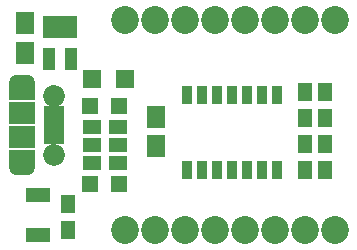
<source format=gts>
G04 #@! TF.GenerationSoftware,KiCad,Pcbnew,(5.0.0)*
G04 #@! TF.CreationDate,2018-08-19T14:30:57-03:00*
G04 #@! TF.ProjectId,franzininho-tiny841,6672616E7A696E696E686F2D74696E79,rev?*
G04 #@! TF.SameCoordinates,Original*
G04 #@! TF.FileFunction,Soldermask,Top*
G04 #@! TF.FilePolarity,Negative*
%FSLAX46Y46*%
G04 Gerber Fmt 4.6, Leading zero omitted, Abs format (unit mm)*
G04 Created by KiCad (PCBNEW (5.0.0)) date 08/19/18 14:30:57*
%MOMM*%
%LPD*%
G01*
G04 APERTURE LIST*
%ADD10R,1.650000X1.900000*%
%ADD11R,1.400000X1.400000*%
%ADD12R,1.500000X1.500000*%
%ADD13R,1.600000X1.300000*%
%ADD14R,1.300000X1.600000*%
%ADD15R,1.050000X1.960000*%
%ADD16R,0.908000X1.543000*%
%ADD17R,2.300000X1.900000*%
%ADD18C,1.850000*%
%ADD19R,1.750000X0.800000*%
%ADD20O,2.300000X1.600000*%
%ADD21R,2.300000X1.600000*%
%ADD22R,2.100000X1.300000*%
%ADD23C,2.360000*%
G04 APERTURE END LIST*
D10*
G04 #@! TO.C,C1*
X182054500Y-106914000D03*
X182054500Y-104414000D03*
G04 #@! TD*
G04 #@! TO.C,C2*
X193103500Y-114831500D03*
X193103500Y-112331500D03*
G04 #@! TD*
D11*
G04 #@! TO.C,D1*
X189992000Y-117983000D03*
X187492000Y-117983000D03*
G04 #@! TD*
G04 #@! TO.C,D2*
X187492000Y-111379000D03*
X189992000Y-111379000D03*
G04 #@! TD*
D12*
G04 #@! TO.C,D3*
X187706000Y-109093000D03*
X190506000Y-109093000D03*
G04 #@! TD*
D13*
G04 #@! TO.C,R1*
X187665000Y-113157000D03*
X189865000Y-113157000D03*
G04 #@! TD*
G04 #@! TO.C,R2*
X189865000Y-116205000D03*
X187665000Y-116205000D03*
G04 #@! TD*
G04 #@! TO.C,R3*
X187665000Y-114681000D03*
X189865000Y-114681000D03*
G04 #@! TD*
D14*
G04 #@! TO.C,R4*
X205740000Y-112458500D03*
X205740000Y-110258500D03*
G04 #@! TD*
G04 #@! TO.C,R5*
X205740000Y-116860500D03*
X205740000Y-114660500D03*
G04 #@! TD*
G04 #@! TO.C,R6*
X185674000Y-121920000D03*
X185674000Y-119720000D03*
G04 #@! TD*
D15*
G04 #@! TO.C,U1*
X185928000Y-107442000D03*
X184028000Y-107442000D03*
X184028000Y-104742000D03*
X184978000Y-104742000D03*
X185928000Y-104742000D03*
G04 #@! TD*
D16*
G04 #@! TO.C,U2*
X200787000Y-110490000D03*
X195707000Y-110490000D03*
X196977000Y-110490000D03*
X198247000Y-110490000D03*
X199517000Y-110490000D03*
X202057000Y-110490000D03*
X203327000Y-110490000D03*
X203327000Y-116840000D03*
X202057000Y-116840000D03*
X200787000Y-116840000D03*
X199517000Y-116840000D03*
X198247000Y-116840000D03*
X196977000Y-116840000D03*
X195707000Y-116840000D03*
G04 #@! TD*
D17*
G04 #@! TO.C,J1*
X181769500Y-114030000D03*
D18*
X184469500Y-110530000D03*
D19*
X184469500Y-112380000D03*
X184469500Y-111730000D03*
X184469500Y-114330000D03*
X184469500Y-113680000D03*
X184469500Y-113030000D03*
D18*
X184469500Y-115530000D03*
D17*
X181769500Y-112030000D03*
D20*
X181769500Y-109530000D03*
X181769500Y-116530000D03*
D21*
X181769500Y-115930000D03*
X181769500Y-110130000D03*
G04 #@! TD*
D22*
G04 #@! TO.C,SW1*
X183134000Y-118950000D03*
X183134000Y-122350000D03*
G04 #@! TD*
D14*
G04 #@! TO.C,D4*
X207391000Y-112458500D03*
X207391000Y-110258500D03*
G04 #@! TD*
G04 #@! TO.C,D5*
X207391000Y-114617500D03*
X207391000Y-116817500D03*
G04 #@! TD*
D23*
G04 #@! TO.C,J2*
X208280000Y-104140000D03*
X205740000Y-104140000D03*
X203200000Y-104140000D03*
X200660000Y-104140000D03*
X198120000Y-104140000D03*
X195580000Y-104140000D03*
X193040000Y-104140000D03*
X190500000Y-104140000D03*
G04 #@! TD*
G04 #@! TO.C,J3*
X190500000Y-121920000D03*
X193040000Y-121920000D03*
X195580000Y-121920000D03*
X198120000Y-121920000D03*
X200660000Y-121920000D03*
X203200000Y-121920000D03*
X205740000Y-121920000D03*
X208280000Y-121920000D03*
G04 #@! TD*
M02*

</source>
